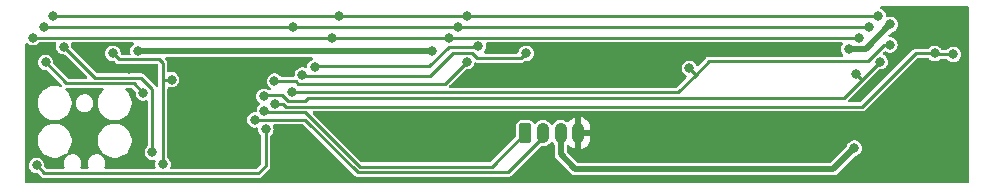
<source format=gbr>
%TF.GenerationSoftware,KiCad,Pcbnew,8.0.1*%
%TF.CreationDate,2024-05-30T20:05:05+03:00*%
%TF.ProjectId,jantteri-hit-detector,6a616e74-7465-4726-992d-6869742d6465,rev?*%
%TF.SameCoordinates,Original*%
%TF.FileFunction,Copper,L2,Bot*%
%TF.FilePolarity,Positive*%
%FSLAX46Y46*%
G04 Gerber Fmt 4.6, Leading zero omitted, Abs format (unit mm)*
G04 Created by KiCad (PCBNEW 8.0.1) date 2024-05-30 20:05:05*
%MOMM*%
%LPD*%
G01*
G04 APERTURE LIST*
G04 Aperture macros list*
%AMRoundRect*
0 Rectangle with rounded corners*
0 $1 Rounding radius*
0 $2 $3 $4 $5 $6 $7 $8 $9 X,Y pos of 4 corners*
0 Add a 4 corners polygon primitive as box body*
4,1,4,$2,$3,$4,$5,$6,$7,$8,$9,$2,$3,0*
0 Add four circle primitives for the rounded corners*
1,1,$1+$1,$2,$3*
1,1,$1+$1,$4,$5*
1,1,$1+$1,$6,$7*
1,1,$1+$1,$8,$9*
0 Add four rect primitives between the rounded corners*
20,1,$1+$1,$2,$3,$4,$5,0*
20,1,$1+$1,$4,$5,$6,$7,0*
20,1,$1+$1,$6,$7,$8,$9,0*
20,1,$1+$1,$8,$9,$2,$3,0*%
G04 Aperture macros list end*
%TA.AperFunction,ComponentPad*%
%ADD10RoundRect,0.249999X-0.265001X-0.615001X0.265001X-0.615001X0.265001X0.615001X-0.265001X0.615001X0*%
%TD*%
%TA.AperFunction,ComponentPad*%
%ADD11O,1.030000X1.730000*%
%TD*%
%TA.AperFunction,ViaPad*%
%ADD12C,0.800000*%
%TD*%
%TA.AperFunction,Conductor*%
%ADD13C,0.524000*%
%TD*%
%TA.AperFunction,Conductor*%
%ADD14C,0.250000*%
%TD*%
G04 APERTURE END LIST*
D10*
%TO.P,J1,1,Pin_1*%
%TO.N,HIT_TX*%
X105736000Y-48768000D03*
D11*
%TO.P,J1,2,Pin_2*%
%TO.N,HIT_RX*%
X107236000Y-48768000D03*
%TO.P,J1,3,Pin_3*%
%TO.N,VCC*%
X108736000Y-48768000D03*
%TO.P,J1,4,Pin_4*%
%TO.N,GND*%
X110236000Y-48768000D03*
%TD*%
D12*
%TO.N,+3V3*%
X136652000Y-39573200D03*
X133146800Y-41656000D03*
X72948800Y-41808400D03*
X97840800Y-41808400D03*
%TO.N,GND*%
X85801200Y-48615600D03*
X76403200Y-43180000D03*
X140411200Y-43738800D03*
X94284800Y-47701200D03*
X105816400Y-43738800D03*
X141122400Y-51206400D03*
X109778800Y-42519600D03*
X65481200Y-51403301D03*
X94386400Y-49530000D03*
X77622400Y-43180000D03*
X102311200Y-49072800D03*
X102311200Y-50241200D03*
X76911200Y-49072800D03*
X72694800Y-50952400D03*
X137566400Y-38709600D03*
X74168000Y-43535600D03*
X109728000Y-43688000D03*
X72223800Y-43369661D03*
%TO.N,VCC*%
X133604000Y-50038000D03*
%TO.N,HIT_TX*%
X83644077Y-46919898D03*
%TO.N,HIT_RX*%
X82854800Y-47644898D03*
%TO.N,/STM32G030C8T6/NRST*%
X64363600Y-51511200D03*
X83769200Y-48463200D03*
%TO.N,KX_SCLK*%
X100787200Y-38862000D03*
X135636000Y-38862000D03*
X65735200Y-38862000D03*
X89966800Y-38862000D03*
%TO.N,KX_MOSI*%
X89357200Y-40690800D03*
X99300200Y-40690800D03*
X64058800Y-40690800D03*
X134010400Y-40690800D03*
%TO.N,KX_MISO*%
X86055200Y-39776400D03*
X134823200Y-39776400D03*
X100025200Y-39776400D03*
X64973200Y-39776400D03*
%TO.N,KX1_INT1*%
X101752400Y-41415800D03*
X87934800Y-43180000D03*
%TO.N,KX1_INT2*%
X105816400Y-42014500D03*
X86868000Y-43854200D03*
%TO.N,KX2_INT1*%
X86004400Y-45313600D03*
X119634000Y-43281600D03*
X136601200Y-41300400D03*
%TO.N,KX1_CS*%
X100787200Y-42722800D03*
X84504986Y-44374614D03*
%TO.N,KX2_INT2*%
X84582000Y-46278801D03*
X140411200Y-42014500D03*
X141986000Y-42113200D03*
%TO.N,KX2_CS*%
X83616800Y-45669200D03*
X135788400Y-42722800D03*
X133756400Y-43738800D03*
%TO.N,KX3_CS*%
X73406000Y-45364400D03*
X65125600Y-42773600D03*
%TO.N,KX3_INT1*%
X66649600Y-41452800D03*
X74168000Y-50393600D03*
%TO.N,KX3_INT2*%
X70815200Y-42014500D03*
X75064998Y-51403301D03*
X75793600Y-44246800D03*
%TD*%
D13*
%TO.N,+3V3*%
X133146800Y-41656000D02*
X134569200Y-41656000D01*
X97840800Y-41808400D02*
X72948800Y-41808400D01*
X134569200Y-41656000D02*
X136652000Y-39573200D01*
%TO.N,GND*%
X94386400Y-49530000D02*
X94386400Y-47802800D01*
D14*
X72223800Y-43369661D02*
X74002061Y-43369661D01*
D13*
X94386400Y-47802800D02*
X94284800Y-47701200D01*
D14*
X74002061Y-43369661D02*
X74168000Y-43535600D01*
D13*
%TO.N,VCC*%
X108736000Y-50570000D02*
X109982000Y-51816000D01*
X109982000Y-51816000D02*
X131826000Y-51816000D01*
X131826000Y-51816000D02*
X133604000Y-50038000D01*
X108736000Y-48768000D02*
X108736000Y-50570000D01*
D14*
%TO.N,HIT_TX*%
X83644077Y-46919898D02*
X83727980Y-47003801D01*
X91734202Y-51619990D02*
X102884010Y-51619990D01*
X102884010Y-51619990D02*
X105736000Y-48768000D01*
X87118013Y-47003801D02*
X91734202Y-51619990D01*
X83727980Y-47003801D02*
X87118013Y-47003801D01*
%TO.N,HIT_RX*%
X91547802Y-52070000D02*
X104284000Y-52070000D01*
X82854800Y-47644898D02*
X87122700Y-47644898D01*
X107236000Y-49118000D02*
X107236000Y-48768000D01*
X104284000Y-52070000D02*
X107236000Y-49118000D01*
X87122700Y-47644898D02*
X91547802Y-52070000D01*
%TO.N,/STM32G030C8T6/NRST*%
X83152900Y-52178300D02*
X83769200Y-51562000D01*
X83769200Y-51562000D02*
X83769200Y-48463200D01*
X65030700Y-52178300D02*
X83152900Y-52178300D01*
X64363600Y-51511200D02*
X65030700Y-52178300D01*
%TO.N,KX_SCLK*%
X89966800Y-38862000D02*
X100787200Y-38862000D01*
X100787200Y-38862000D02*
X135636000Y-38862000D01*
X65735200Y-38862000D02*
X89966800Y-38862000D01*
%TO.N,KX_MOSI*%
X64058800Y-40690800D02*
X89357200Y-40690800D01*
X89357200Y-40690800D02*
X134010400Y-40690800D01*
%TO.N,KX_MISO*%
X86055200Y-39776400D02*
X100025200Y-39776400D01*
X100025200Y-39776400D02*
X134823200Y-39776400D01*
X64973200Y-39776400D02*
X86055200Y-39776400D01*
%TO.N,KX1_INT1*%
X101715400Y-41452800D02*
X101752400Y-41415800D01*
X97593002Y-43129200D02*
X99269402Y-41452800D01*
X99269402Y-41452800D02*
X101715400Y-41452800D01*
X87985600Y-43129200D02*
X97593002Y-43129200D01*
%TO.N,KX1_INT2*%
X99581801Y-41997799D02*
X101261397Y-41997799D01*
X101678097Y-42414499D02*
X105416401Y-42414499D01*
X105416401Y-42414499D02*
X105816400Y-42014500D01*
X101261397Y-41997799D02*
X101678097Y-42414499D01*
X86918801Y-43905001D02*
X97674599Y-43905001D01*
X97674599Y-43905001D02*
X99581801Y-41997799D01*
X86868000Y-43854200D02*
X86918801Y-43905001D01*
%TO.N,KX2_INT1*%
X120167400Y-43815000D02*
X121310400Y-42672000D01*
X121310400Y-42672000D02*
X134766198Y-42672000D01*
X136137798Y-41300400D02*
X136601200Y-41300400D01*
X119634000Y-43281600D02*
X120167400Y-43815000D01*
X134766198Y-42672000D02*
X136137798Y-41300400D01*
X86004400Y-45313600D02*
X118668800Y-45313600D01*
X118668800Y-45313600D02*
X120167400Y-43815000D01*
%TO.N,KX1_CS*%
X86315412Y-44374614D02*
X86519999Y-44579201D01*
X84504986Y-44374614D02*
X86315412Y-44374614D01*
X86519999Y-44579201D02*
X98930799Y-44579201D01*
X98930799Y-44579201D02*
X100787200Y-42722800D01*
%TO.N,KX2_INT2*%
X140509900Y-42113200D02*
X140411200Y-42014500D01*
X141986000Y-42113200D02*
X140509900Y-42113200D01*
X85260189Y-46278801D02*
X85514188Y-46532800D01*
X134264400Y-46532800D02*
X138782700Y-42014500D01*
X85514188Y-46532800D02*
X134264400Y-46532800D01*
X138782700Y-42014500D02*
X140411200Y-42014500D01*
X84582000Y-46278801D02*
X85260189Y-46278801D01*
%TO.N,KX2_CS*%
X132747590Y-45763610D02*
X134264400Y-44246800D01*
X83616800Y-45669200D02*
X83732200Y-45553800D01*
X85656399Y-46038601D02*
X87057399Y-46038601D01*
X133756400Y-43738800D02*
X134264400Y-44246800D01*
X87057399Y-46038601D02*
X87332390Y-45763610D01*
X87332390Y-45763610D02*
X132747590Y-45763610D01*
X85171598Y-45553800D02*
X85656399Y-46038601D01*
X83732200Y-45553800D02*
X85171598Y-45553800D01*
X134264400Y-44246800D02*
X135788400Y-42722800D01*
%TO.N,KX3_CS*%
X66896672Y-44544672D02*
X71522700Y-44544672D01*
X71522700Y-44544672D02*
X72586272Y-44544672D01*
X72586272Y-44544672D02*
X73406000Y-45364400D01*
X65125600Y-42773600D02*
X66896672Y-44544672D01*
%TO.N,KX3_INT1*%
X74168000Y-50393600D02*
X74168000Y-45053398D01*
X74168000Y-45053398D02*
X73209265Y-44094663D01*
X69291462Y-44094662D02*
X66649600Y-41452800D01*
X73209265Y-44094663D02*
X69291462Y-44094662D01*
%TO.N,KX3_INT2*%
X75133200Y-44246800D02*
X75064998Y-44178598D01*
X71334101Y-42533401D02*
X74740601Y-42533401D01*
X75064998Y-45137857D02*
X75064998Y-51403301D01*
X74740601Y-42533401D02*
X75064998Y-42857798D01*
X75793600Y-44246800D02*
X75133200Y-44246800D01*
X75064998Y-44178598D02*
X75064998Y-45137857D01*
X70815200Y-42014500D02*
X71334101Y-42533401D01*
X75064998Y-42857798D02*
X75064998Y-44178598D01*
%TD*%
%TA.AperFunction,Conductor*%
%TO.N,GND*%
G36*
X143236121Y-38018502D02*
G01*
X143282614Y-38072158D01*
X143294000Y-38124500D01*
X143294000Y-52871000D01*
X143273998Y-52939121D01*
X143220342Y-52985614D01*
X143168000Y-52997000D01*
X63524500Y-52997000D01*
X63456379Y-52976998D01*
X63409886Y-52923342D01*
X63398500Y-52871000D01*
X63398500Y-49516169D01*
X64449650Y-49516169D01*
X64477141Y-49689736D01*
X64485059Y-49739725D01*
X64541643Y-49913874D01*
X64555000Y-49954981D01*
X64657755Y-50156650D01*
X64790793Y-50339761D01*
X64790795Y-50339763D01*
X64790797Y-50339766D01*
X64950833Y-50499802D01*
X64950836Y-50499804D01*
X64950839Y-50499807D01*
X65133950Y-50632845D01*
X65335619Y-50735600D01*
X65550879Y-50805542D01*
X65774431Y-50840950D01*
X65774434Y-50840950D01*
X66000766Y-50840950D01*
X66000769Y-50840950D01*
X66224321Y-50805542D01*
X66439581Y-50735600D01*
X66641250Y-50632845D01*
X66775080Y-50535611D01*
X66790118Y-50530245D01*
X66790666Y-50528988D01*
X66813282Y-50507855D01*
X66824361Y-50499807D01*
X66984407Y-50339761D01*
X67117445Y-50156650D01*
X67220200Y-49954981D01*
X67290142Y-49739721D01*
X67325550Y-49516169D01*
X69529650Y-49516169D01*
X69557141Y-49689736D01*
X69565059Y-49739725D01*
X69621643Y-49913874D01*
X69635000Y-49954981D01*
X69737755Y-50156650D01*
X69870793Y-50339761D01*
X69870795Y-50339763D01*
X69870797Y-50339766D01*
X70030832Y-50499801D01*
X70030835Y-50499803D01*
X70030839Y-50499807D01*
X70041914Y-50507853D01*
X70054673Y-50524400D01*
X70066446Y-50526961D01*
X70080119Y-50535611D01*
X70213950Y-50632845D01*
X70415619Y-50735600D01*
X70630879Y-50805542D01*
X70854431Y-50840950D01*
X70854434Y-50840950D01*
X71080766Y-50840950D01*
X71080769Y-50840950D01*
X71304321Y-50805542D01*
X71519581Y-50735600D01*
X71721250Y-50632845D01*
X71904361Y-50499807D01*
X72064407Y-50339761D01*
X72197445Y-50156650D01*
X72300200Y-49954981D01*
X72370142Y-49739721D01*
X72405550Y-49516169D01*
X72405550Y-49289831D01*
X72370142Y-49066279D01*
X72300200Y-48851019D01*
X72197445Y-48649350D01*
X72064407Y-48466239D01*
X72064404Y-48466236D01*
X72064402Y-48466233D01*
X71904366Y-48306197D01*
X71904363Y-48306195D01*
X71904361Y-48306193D01*
X71751426Y-48195079D01*
X71721253Y-48173157D01*
X71721252Y-48173156D01*
X71721250Y-48173155D01*
X71519581Y-48070400D01*
X71519578Y-48070399D01*
X71519576Y-48070398D01*
X71304325Y-48000459D01*
X71304323Y-48000458D01*
X71304321Y-48000458D01*
X71080769Y-47965050D01*
X70854431Y-47965050D01*
X70630879Y-48000458D01*
X70630877Y-48000458D01*
X70630874Y-48000459D01*
X70415623Y-48070398D01*
X70415617Y-48070401D01*
X70213946Y-48173157D01*
X70030836Y-48306195D01*
X70030833Y-48306197D01*
X69870797Y-48466233D01*
X69870795Y-48466236D01*
X69737757Y-48649346D01*
X69635001Y-48851017D01*
X69634998Y-48851023D01*
X69565059Y-49066274D01*
X69565058Y-49066277D01*
X69565058Y-49066279D01*
X69529650Y-49289831D01*
X69529650Y-49516169D01*
X67325550Y-49516169D01*
X67325550Y-49289831D01*
X67290142Y-49066279D01*
X67220200Y-48851019D01*
X67117445Y-48649350D01*
X66984407Y-48466239D01*
X66984404Y-48466236D01*
X66984402Y-48466233D01*
X66824366Y-48306197D01*
X66824363Y-48306195D01*
X66824361Y-48306193D01*
X66671426Y-48195079D01*
X66641253Y-48173157D01*
X66641252Y-48173156D01*
X66641250Y-48173155D01*
X66439581Y-48070400D01*
X66439578Y-48070399D01*
X66439576Y-48070398D01*
X66224325Y-48000459D01*
X66224323Y-48000458D01*
X66224321Y-48000458D01*
X66000769Y-47965050D01*
X65774431Y-47965050D01*
X65550879Y-48000458D01*
X65550877Y-48000458D01*
X65550874Y-48000459D01*
X65335623Y-48070398D01*
X65335617Y-48070401D01*
X65133946Y-48173157D01*
X64950836Y-48306195D01*
X64950833Y-48306197D01*
X64790797Y-48466233D01*
X64790795Y-48466236D01*
X64657757Y-48649346D01*
X64555001Y-48851017D01*
X64554998Y-48851023D01*
X64485059Y-49066274D01*
X64485058Y-49066277D01*
X64485058Y-49066279D01*
X64449650Y-49289831D01*
X64449650Y-49516169D01*
X63398500Y-49516169D01*
X63398500Y-41260187D01*
X63418502Y-41192066D01*
X63472158Y-41145573D01*
X63542432Y-41135469D01*
X63607012Y-41164963D01*
X63607941Y-41165776D01*
X63684271Y-41233399D01*
X63684273Y-41233400D01*
X63684274Y-41233401D01*
X63735311Y-41260187D01*
X63825007Y-41307263D01*
X63979329Y-41345300D01*
X63979330Y-41345300D01*
X64138270Y-41345300D01*
X64138271Y-41345300D01*
X64292593Y-41307263D01*
X64433329Y-41233399D01*
X64552298Y-41128001D01*
X64554559Y-41124724D01*
X64556831Y-41122883D01*
X64557351Y-41122297D01*
X64557448Y-41122383D01*
X64609717Y-41080025D01*
X64658256Y-41070300D01*
X65912133Y-41070300D01*
X65980254Y-41090302D01*
X66026747Y-41143958D01*
X66036851Y-41214232D01*
X66029945Y-41240978D01*
X66026186Y-41250889D01*
X66009449Y-41295020D01*
X65990293Y-41452796D01*
X65990293Y-41452803D01*
X66009449Y-41610579D01*
X66048558Y-41713698D01*
X66065813Y-41759195D01*
X66156102Y-41890001D01*
X66275071Y-41995399D01*
X66275072Y-41995399D01*
X66275074Y-41995401D01*
X66325987Y-42022122D01*
X66415807Y-42069263D01*
X66570129Y-42107300D01*
X66570130Y-42107300D01*
X66715216Y-42107300D01*
X66783337Y-42127302D01*
X66804311Y-42144205D01*
X68610183Y-43950077D01*
X68644209Y-44012389D01*
X68639144Y-44083204D01*
X68596597Y-44140040D01*
X68530077Y-44164851D01*
X68521088Y-44165172D01*
X67106056Y-44165172D01*
X67037935Y-44145170D01*
X67016961Y-44128267D01*
X65815012Y-42926318D01*
X65780986Y-42864006D01*
X65779026Y-42822035D01*
X65784907Y-42773602D01*
X65784907Y-42773597D01*
X65765750Y-42615820D01*
X65743480Y-42557101D01*
X65709387Y-42467205D01*
X65619098Y-42336399D01*
X65500129Y-42231001D01*
X65500128Y-42231000D01*
X65500125Y-42230998D01*
X65359397Y-42157139D01*
X65359395Y-42157138D01*
X65359393Y-42157137D01*
X65359391Y-42157136D01*
X65359390Y-42157136D01*
X65205072Y-42119100D01*
X65205071Y-42119100D01*
X65046129Y-42119100D01*
X65046127Y-42119100D01*
X64891809Y-42157136D01*
X64891802Y-42157139D01*
X64751074Y-42230998D01*
X64751069Y-42231002D01*
X64632101Y-42336400D01*
X64541815Y-42467201D01*
X64541812Y-42467207D01*
X64485449Y-42615820D01*
X64466293Y-42773596D01*
X64466293Y-42773603D01*
X64485449Y-42931379D01*
X64541812Y-43079992D01*
X64541815Y-43079998D01*
X64547617Y-43088404D01*
X64632102Y-43210801D01*
X64751071Y-43316199D01*
X64751072Y-43316199D01*
X64751074Y-43316201D01*
X64825800Y-43355420D01*
X64891807Y-43390063D01*
X65046129Y-43428100D01*
X65046130Y-43428100D01*
X65191216Y-43428100D01*
X65259337Y-43448102D01*
X65280311Y-43465005D01*
X66470091Y-44654785D01*
X66504117Y-44717097D01*
X66499052Y-44787912D01*
X66456505Y-44844748D01*
X66389985Y-44869559D01*
X66342060Y-44863713D01*
X66224325Y-44825459D01*
X66224323Y-44825458D01*
X66224321Y-44825458D01*
X66000769Y-44790050D01*
X65774431Y-44790050D01*
X65550879Y-44825458D01*
X65550877Y-44825458D01*
X65550874Y-44825459D01*
X65335623Y-44895398D01*
X65335617Y-44895401D01*
X65133946Y-44998157D01*
X64950836Y-45131195D01*
X64950833Y-45131197D01*
X64790797Y-45291233D01*
X64790795Y-45291236D01*
X64657757Y-45474346D01*
X64555001Y-45676017D01*
X64554998Y-45676023D01*
X64485059Y-45891274D01*
X64485058Y-45891277D01*
X64485058Y-45891279D01*
X64449650Y-46114831D01*
X64449650Y-46341169D01*
X64472067Y-46482698D01*
X64485059Y-46564725D01*
X64550398Y-46765819D01*
X64555000Y-46779981D01*
X64657755Y-46981650D01*
X64657757Y-46981653D01*
X64690649Y-47026924D01*
X64790793Y-47164761D01*
X64790795Y-47164763D01*
X64790797Y-47164766D01*
X64950833Y-47324802D01*
X64950836Y-47324804D01*
X64950839Y-47324807D01*
X65133950Y-47457845D01*
X65335619Y-47560600D01*
X65550879Y-47630542D01*
X65774431Y-47665950D01*
X65774434Y-47665950D01*
X66000766Y-47665950D01*
X66000769Y-47665950D01*
X66224321Y-47630542D01*
X66439581Y-47560600D01*
X66641250Y-47457845D01*
X66824361Y-47324807D01*
X66984407Y-47164761D01*
X67117445Y-46981650D01*
X67220200Y-46779981D01*
X67290142Y-46564721D01*
X67325550Y-46341169D01*
X67325550Y-46301460D01*
X67681800Y-46301460D01*
X67689699Y-46341169D01*
X67710460Y-46445542D01*
X67766680Y-46581269D01*
X67821215Y-46662887D01*
X67848298Y-46703419D01*
X67848303Y-46703425D01*
X67952174Y-46807296D01*
X67952180Y-46807301D01*
X68074331Y-46888920D01*
X68210058Y-46945140D01*
X68334121Y-46969817D01*
X68354139Y-46973799D01*
X68354142Y-46973799D01*
X68354145Y-46973800D01*
X68354146Y-46973800D01*
X68501054Y-46973800D01*
X68501055Y-46973800D01*
X68645142Y-46945140D01*
X68780869Y-46888920D01*
X68903020Y-46807301D01*
X69006901Y-46703420D01*
X69088520Y-46581269D01*
X69144740Y-46445542D01*
X69173400Y-46301455D01*
X69173400Y-46154545D01*
X69173152Y-46153300D01*
X69165981Y-46117248D01*
X69144740Y-46010458D01*
X69088520Y-45874731D01*
X69006901Y-45752580D01*
X69006896Y-45752574D01*
X68903025Y-45648703D01*
X68903019Y-45648698D01*
X68862487Y-45621615D01*
X68780869Y-45567080D01*
X68645142Y-45510860D01*
X68603974Y-45502671D01*
X68501060Y-45482200D01*
X68501055Y-45482200D01*
X68354145Y-45482200D01*
X68354139Y-45482200D01*
X68230641Y-45506765D01*
X68210058Y-45510860D01*
X68210055Y-45510860D01*
X68210052Y-45510862D01*
X68074331Y-45567080D01*
X67952180Y-45648698D01*
X67952174Y-45648703D01*
X67848303Y-45752574D01*
X67848298Y-45752580D01*
X67766680Y-45874731D01*
X67710462Y-46010452D01*
X67710460Y-46010459D01*
X67681800Y-46154539D01*
X67681800Y-46301460D01*
X67325550Y-46301460D01*
X67325550Y-46114831D01*
X67290142Y-45891279D01*
X67220200Y-45676019D01*
X67117445Y-45474350D01*
X66984407Y-45291239D01*
X66984404Y-45291236D01*
X66984402Y-45291233D01*
X66832437Y-45139268D01*
X66798411Y-45076956D01*
X66803476Y-45006141D01*
X66846023Y-44949305D01*
X66912543Y-44924494D01*
X66921532Y-44924173D01*
X66954352Y-44924173D01*
X66954368Y-44924172D01*
X69933669Y-44924172D01*
X70001790Y-44944174D01*
X70048283Y-44997830D01*
X70058387Y-45068104D01*
X70028893Y-45132684D01*
X70022764Y-45139267D01*
X69870797Y-45291233D01*
X69870795Y-45291236D01*
X69737757Y-45474346D01*
X69635001Y-45676017D01*
X69634998Y-45676023D01*
X69565059Y-45891274D01*
X69565058Y-45891277D01*
X69565058Y-45891279D01*
X69529650Y-46114831D01*
X69529650Y-46341169D01*
X69552067Y-46482698D01*
X69565059Y-46564725D01*
X69630398Y-46765819D01*
X69635000Y-46779981D01*
X69737755Y-46981650D01*
X69737757Y-46981653D01*
X69770649Y-47026924D01*
X69870793Y-47164761D01*
X69870795Y-47164763D01*
X69870797Y-47164766D01*
X70030833Y-47324802D01*
X70030836Y-47324804D01*
X70030839Y-47324807D01*
X70213950Y-47457845D01*
X70415619Y-47560600D01*
X70630879Y-47630542D01*
X70854431Y-47665950D01*
X70854434Y-47665950D01*
X71080766Y-47665950D01*
X71080769Y-47665950D01*
X71304321Y-47630542D01*
X71519581Y-47560600D01*
X71721250Y-47457845D01*
X71904361Y-47324807D01*
X72064407Y-47164761D01*
X72197445Y-46981650D01*
X72300200Y-46779981D01*
X72370142Y-46564721D01*
X72405550Y-46341169D01*
X72405550Y-46114831D01*
X72370142Y-45891279D01*
X72300200Y-45676019D01*
X72197445Y-45474350D01*
X72064407Y-45291239D01*
X72064404Y-45291236D01*
X72064402Y-45291233D01*
X71912436Y-45139267D01*
X71878410Y-45076955D01*
X71883475Y-45006140D01*
X71926022Y-44949304D01*
X71992542Y-44924493D01*
X72001531Y-44924172D01*
X72376888Y-44924172D01*
X72445009Y-44944174D01*
X72465983Y-44961077D01*
X72716587Y-45211681D01*
X72750613Y-45273993D01*
X72752574Y-45315961D01*
X72746729Y-45364108D01*
X72746693Y-45364402D01*
X72746693Y-45364403D01*
X72765849Y-45522179D01*
X72813833Y-45648698D01*
X72822213Y-45670795D01*
X72912502Y-45801601D01*
X73031471Y-45906999D01*
X73031472Y-45906999D01*
X73031474Y-45907001D01*
X73090929Y-45938205D01*
X73172207Y-45980863D01*
X73326529Y-46018900D01*
X73326530Y-46018900D01*
X73485470Y-46018900D01*
X73485471Y-46018900D01*
X73632347Y-45982698D01*
X73703274Y-45985817D01*
X73761257Y-46026786D01*
X73787885Y-46092600D01*
X73788500Y-46105037D01*
X73788500Y-49798696D01*
X73768498Y-49866817D01*
X73746054Y-49893008D01*
X73674503Y-49956397D01*
X73674500Y-49956400D01*
X73584215Y-50087201D01*
X73584212Y-50087207D01*
X73527849Y-50235820D01*
X73508693Y-50393596D01*
X73508693Y-50393603D01*
X73527849Y-50551379D01*
X73558746Y-50632845D01*
X73584213Y-50699995D01*
X73674502Y-50830801D01*
X73793471Y-50936199D01*
X73793472Y-50936199D01*
X73793474Y-50936201D01*
X73850444Y-50966101D01*
X73934207Y-51010063D01*
X74088529Y-51048100D01*
X74088530Y-51048100D01*
X74247470Y-51048100D01*
X74247471Y-51048100D01*
X74247472Y-51048099D01*
X74247477Y-51048099D01*
X74292632Y-51036969D01*
X74363560Y-51040086D01*
X74421543Y-51081056D01*
X74448172Y-51146869D01*
X74440599Y-51203986D01*
X74424848Y-51245517D01*
X74424848Y-51245519D01*
X74405691Y-51403297D01*
X74405691Y-51403304D01*
X74424847Y-51561080D01*
X74440217Y-51601606D01*
X74448931Y-51624582D01*
X74450273Y-51628119D01*
X74455727Y-51698906D01*
X74422045Y-51761404D01*
X74359921Y-51795771D01*
X74332461Y-51798800D01*
X70236125Y-51798800D01*
X70168004Y-51778798D01*
X70121511Y-51725142D01*
X70111407Y-51654868D01*
X70119716Y-51624582D01*
X70160740Y-51525542D01*
X70189400Y-51381455D01*
X70189400Y-51234545D01*
X70160740Y-51090458D01*
X70104520Y-50954731D01*
X70022901Y-50832580D01*
X70022896Y-50832574D01*
X69916966Y-50726644D01*
X69915100Y-50723226D01*
X69897849Y-50714553D01*
X69876066Y-50699998D01*
X69796869Y-50647080D01*
X69661142Y-50590860D01*
X69619974Y-50582671D01*
X69517060Y-50562200D01*
X69517055Y-50562200D01*
X69370145Y-50562200D01*
X69370139Y-50562200D01*
X69246641Y-50586765D01*
X69226058Y-50590860D01*
X69226055Y-50590860D01*
X69226052Y-50590862D01*
X69090331Y-50647080D01*
X68968180Y-50728698D01*
X68968174Y-50728703D01*
X68864303Y-50832574D01*
X68864298Y-50832580D01*
X68782680Y-50954731D01*
X68733278Y-51073999D01*
X68726460Y-51090458D01*
X68725177Y-51096908D01*
X68697800Y-51234539D01*
X68697800Y-51381460D01*
X68705613Y-51420737D01*
X68726460Y-51525542D01*
X68762256Y-51611962D01*
X68767484Y-51624582D01*
X68775073Y-51695171D01*
X68743294Y-51758658D01*
X68682236Y-51794886D01*
X68651075Y-51798800D01*
X68204125Y-51798800D01*
X68136004Y-51778798D01*
X68089511Y-51725142D01*
X68079407Y-51654868D01*
X68087716Y-51624582D01*
X68128740Y-51525542D01*
X68157400Y-51381455D01*
X68157400Y-51234545D01*
X68128740Y-51090458D01*
X68072520Y-50954731D01*
X67990901Y-50832580D01*
X67990896Y-50832574D01*
X67887025Y-50728703D01*
X67887019Y-50728698D01*
X67844057Y-50699992D01*
X67764869Y-50647080D01*
X67629142Y-50590860D01*
X67587974Y-50582671D01*
X67485060Y-50562200D01*
X67485055Y-50562200D01*
X67338145Y-50562200D01*
X67338139Y-50562200D01*
X67214641Y-50586765D01*
X67194058Y-50590860D01*
X67194055Y-50590860D01*
X67194052Y-50590862D01*
X67058330Y-50647080D01*
X66957350Y-50714553D01*
X66945639Y-50718219D01*
X66938234Y-50726644D01*
X66832298Y-50832580D01*
X66750680Y-50954731D01*
X66701278Y-51073999D01*
X66694460Y-51090458D01*
X66693177Y-51096908D01*
X66665800Y-51234539D01*
X66665800Y-51381460D01*
X66673613Y-51420737D01*
X66694460Y-51525542D01*
X66730256Y-51611962D01*
X66735484Y-51624582D01*
X66743073Y-51695171D01*
X66711294Y-51758658D01*
X66650236Y-51794886D01*
X66619075Y-51798800D01*
X65240084Y-51798800D01*
X65171963Y-51778798D01*
X65150989Y-51761895D01*
X65053012Y-51663918D01*
X65018986Y-51601606D01*
X65017026Y-51559635D01*
X65022907Y-51511202D01*
X65022907Y-51511197D01*
X65003750Y-51353420D01*
X64982208Y-51296620D01*
X64947387Y-51204805D01*
X64857098Y-51073999D01*
X64738129Y-50968601D01*
X64738128Y-50968600D01*
X64738125Y-50968598D01*
X64597397Y-50894739D01*
X64597395Y-50894738D01*
X64597393Y-50894737D01*
X64597391Y-50894736D01*
X64597390Y-50894736D01*
X64443072Y-50856700D01*
X64443071Y-50856700D01*
X64284129Y-50856700D01*
X64284127Y-50856700D01*
X64129809Y-50894736D01*
X64129802Y-50894739D01*
X63989074Y-50968598D01*
X63989069Y-50968602D01*
X63870101Y-51074000D01*
X63779815Y-51204801D01*
X63779812Y-51204807D01*
X63723449Y-51353420D01*
X63704293Y-51511196D01*
X63704293Y-51511203D01*
X63723449Y-51668979D01*
X63765099Y-51778798D01*
X63779813Y-51817595D01*
X63870102Y-51948401D01*
X63989071Y-52053799D01*
X63989072Y-52053799D01*
X63989074Y-52053801D01*
X64063800Y-52093020D01*
X64129807Y-52127663D01*
X64284129Y-52165700D01*
X64284130Y-52165700D01*
X64429216Y-52165700D01*
X64497337Y-52185702D01*
X64518311Y-52202605D01*
X64722613Y-52406907D01*
X64722634Y-52406930D01*
X64797674Y-52481970D01*
X64797679Y-52481974D01*
X64797681Y-52481976D01*
X64797682Y-52481977D01*
X64797684Y-52481978D01*
X64884214Y-52531936D01*
X64884218Y-52531938D01*
X64904609Y-52537401D01*
X64904614Y-52537404D01*
X64904615Y-52537403D01*
X64980738Y-52557801D01*
X65088380Y-52557801D01*
X65088396Y-52557800D01*
X83095204Y-52557800D01*
X83095220Y-52557801D01*
X83102938Y-52557801D01*
X83202861Y-52557801D01*
X83202862Y-52557801D01*
X83278980Y-52537404D01*
X83278982Y-52537404D01*
X83286448Y-52535402D01*
X83299382Y-52531938D01*
X83385919Y-52481976D01*
X83456576Y-52411319D01*
X83466943Y-52400952D01*
X83466950Y-52400942D01*
X83991842Y-51876050D01*
X83991852Y-51876043D01*
X84072870Y-51795025D01*
X84072876Y-51795019D01*
X84122838Y-51708482D01*
X84133422Y-51668982D01*
X84148701Y-51611962D01*
X84148701Y-51512038D01*
X84148701Y-51504321D01*
X84148700Y-51504303D01*
X84148700Y-49058102D01*
X84168702Y-48989981D01*
X84191142Y-48963793D01*
X84262698Y-48900401D01*
X84352987Y-48769595D01*
X84409349Y-48620982D01*
X84409349Y-48620981D01*
X84409350Y-48620979D01*
X84428507Y-48463203D01*
X84428507Y-48463196D01*
X84409350Y-48305420D01*
X84378433Y-48223901D01*
X84367501Y-48195077D01*
X84362048Y-48124292D01*
X84395730Y-48061794D01*
X84457854Y-48027427D01*
X84485314Y-48024398D01*
X86913316Y-48024398D01*
X86981437Y-48044400D01*
X87002411Y-48061303D01*
X91239715Y-52298607D01*
X91239736Y-52298630D01*
X91314776Y-52373670D01*
X91314780Y-52373673D01*
X91314783Y-52373676D01*
X91314786Y-52373677D01*
X91314789Y-52373680D01*
X91379982Y-52411319D01*
X91379983Y-52411319D01*
X91401320Y-52423638D01*
X91497840Y-52449500D01*
X91597764Y-52449500D01*
X104226304Y-52449500D01*
X104226320Y-52449501D01*
X104234038Y-52449501D01*
X104333961Y-52449501D01*
X104333962Y-52449501D01*
X104410080Y-52429104D01*
X104410082Y-52429104D01*
X104417548Y-52427102D01*
X104430482Y-52423638D01*
X104517019Y-52373676D01*
X104587676Y-52303019D01*
X104598043Y-52292652D01*
X104598050Y-52292642D01*
X106981623Y-49909069D01*
X107043933Y-49875045D01*
X107095296Y-49874587D01*
X107160211Y-49887500D01*
X107160216Y-49887500D01*
X107311789Y-49887500D01*
X107460455Y-49857928D01*
X107600495Y-49799922D01*
X107726527Y-49715709D01*
X107833709Y-49608527D01*
X107881235Y-49537399D01*
X107935712Y-49491872D01*
X108006155Y-49483024D01*
X108070199Y-49513666D01*
X108090764Y-49537399D01*
X108138291Y-49608527D01*
X108182596Y-49652832D01*
X108216620Y-49715142D01*
X108219500Y-49741926D01*
X108219500Y-50637999D01*
X108254698Y-50769362D01*
X108254699Y-50769364D01*
X108254700Y-50769366D01*
X108322694Y-50887135D01*
X108322702Y-50887145D01*
X108426036Y-50990479D01*
X108426050Y-50990491D01*
X109564286Y-52128727D01*
X109564307Y-52128750D01*
X109664854Y-52229297D01*
X109664859Y-52229301D01*
X109664861Y-52229303D01*
X109782638Y-52297302D01*
X109914001Y-52332500D01*
X109914002Y-52332500D01*
X109914003Y-52332500D01*
X131893997Y-52332500D01*
X131893998Y-52332500D01*
X131893999Y-52332500D01*
X132025362Y-52297302D01*
X132143139Y-52229303D01*
X132239303Y-52133139D01*
X132249670Y-52122772D01*
X132249677Y-52122762D01*
X133653949Y-50718491D01*
X133712886Y-50685249D01*
X133837793Y-50654463D01*
X133978529Y-50580599D01*
X134097498Y-50475201D01*
X134187787Y-50344395D01*
X134244149Y-50195782D01*
X134244149Y-50195781D01*
X134244150Y-50195779D01*
X134263307Y-50038003D01*
X134263307Y-50037996D01*
X134244150Y-49880220D01*
X134202658Y-49770817D01*
X134187787Y-49731605D01*
X134097498Y-49600799D01*
X133978529Y-49495401D01*
X133978528Y-49495400D01*
X133978525Y-49495398D01*
X133837797Y-49421539D01*
X133837795Y-49421538D01*
X133837793Y-49421537D01*
X133837791Y-49421536D01*
X133837790Y-49421536D01*
X133683472Y-49383500D01*
X133683471Y-49383500D01*
X133524529Y-49383500D01*
X133524527Y-49383500D01*
X133370209Y-49421536D01*
X133370202Y-49421539D01*
X133229474Y-49495398D01*
X133229469Y-49495402D01*
X133110501Y-49600800D01*
X133020215Y-49731601D01*
X133020212Y-49731607D01*
X132963851Y-49880216D01*
X132959764Y-49913874D01*
X132931695Y-49979087D01*
X132923778Y-49987779D01*
X131648962Y-51262596D01*
X131586652Y-51296620D01*
X131559869Y-51299500D01*
X110248131Y-51299500D01*
X110180010Y-51279498D01*
X110159036Y-51262595D01*
X109289405Y-50392964D01*
X109255379Y-50330652D01*
X109252500Y-50303869D01*
X109252500Y-49885431D01*
X109272502Y-49817310D01*
X109326158Y-49770817D01*
X109396432Y-49760713D01*
X109461012Y-49790207D01*
X109467595Y-49796336D01*
X109583872Y-49912613D01*
X109583879Y-49912618D01*
X109751427Y-50024570D01*
X109937596Y-50101684D01*
X109937603Y-50101686D01*
X109982000Y-50110517D01*
X109982000Y-49030189D01*
X110011884Y-49060073D01*
X110095115Y-49108126D01*
X110187947Y-49133000D01*
X110284053Y-49133000D01*
X110376885Y-49108126D01*
X110460116Y-49060073D01*
X110490000Y-49030189D01*
X110490000Y-50110517D01*
X110534396Y-50101686D01*
X110534403Y-50101684D01*
X110720572Y-50024570D01*
X110888120Y-49912618D01*
X110888127Y-49912613D01*
X111030613Y-49770127D01*
X111030618Y-49770120D01*
X111142570Y-49602572D01*
X111219684Y-49416403D01*
X111219686Y-49416398D01*
X111258999Y-49218759D01*
X111259000Y-49218755D01*
X111259000Y-49022000D01*
X110498189Y-49022000D01*
X110528073Y-48992116D01*
X110576126Y-48908885D01*
X110601000Y-48816053D01*
X110601000Y-48719947D01*
X110576126Y-48627115D01*
X110528073Y-48543884D01*
X110498189Y-48514000D01*
X111259000Y-48514000D01*
X111259000Y-48317244D01*
X111258999Y-48317240D01*
X111219686Y-48119601D01*
X111219684Y-48119596D01*
X111142570Y-47933427D01*
X111030618Y-47765879D01*
X111030613Y-47765872D01*
X110888127Y-47623386D01*
X110888120Y-47623381D01*
X110720572Y-47511429D01*
X110534397Y-47434313D01*
X110490000Y-47425481D01*
X110490000Y-48505811D01*
X110460116Y-48475927D01*
X110376885Y-48427874D01*
X110284053Y-48403000D01*
X110187947Y-48403000D01*
X110095115Y-48427874D01*
X110011884Y-48475927D01*
X109982000Y-48505811D01*
X109982000Y-47425481D01*
X109937602Y-47434313D01*
X109751427Y-47511429D01*
X109583879Y-47623381D01*
X109583877Y-47623382D01*
X109441384Y-47765874D01*
X109418824Y-47799637D01*
X109364346Y-47845164D01*
X109293903Y-47854010D01*
X109231403Y-47824106D01*
X109231312Y-47824218D01*
X109230859Y-47823846D01*
X109229859Y-47823368D01*
X109227171Y-47820819D01*
X109226526Y-47820290D01*
X109184707Y-47792347D01*
X109100495Y-47736078D01*
X109012185Y-47699499D01*
X108960458Y-47678073D01*
X108960455Y-47678072D01*
X108811792Y-47648500D01*
X108811789Y-47648500D01*
X108660211Y-47648500D01*
X108660207Y-47648500D01*
X108511544Y-47678072D01*
X108511541Y-47678073D01*
X108371505Y-47736078D01*
X108245473Y-47820290D01*
X108245467Y-47820295D01*
X108138293Y-47927469D01*
X108090765Y-47998600D01*
X108036287Y-48044127D01*
X107965844Y-48052974D01*
X107901800Y-48022333D01*
X107881235Y-47998600D01*
X107833706Y-47927469D01*
X107726532Y-47820295D01*
X107726526Y-47820290D01*
X107684707Y-47792347D01*
X107600495Y-47736078D01*
X107512185Y-47699499D01*
X107460458Y-47678073D01*
X107460455Y-47678072D01*
X107311792Y-47648500D01*
X107311789Y-47648500D01*
X107160211Y-47648500D01*
X107160207Y-47648500D01*
X107011544Y-47678072D01*
X107011541Y-47678073D01*
X106871505Y-47736078D01*
X106745473Y-47820290D01*
X106640506Y-47925257D01*
X106578194Y-47959282D01*
X106507378Y-47954216D01*
X106450543Y-47911670D01*
X106361404Y-47792595D01*
X106245271Y-47705658D01*
X106109338Y-47654958D01*
X106049268Y-47648500D01*
X106049256Y-47648500D01*
X105422744Y-47648500D01*
X105422731Y-47648500D01*
X105362661Y-47654958D01*
X105226728Y-47705658D01*
X105110595Y-47792595D01*
X105023658Y-47908728D01*
X104972958Y-48044661D01*
X104966500Y-48104731D01*
X104966500Y-48948615D01*
X104946498Y-49016736D01*
X104929595Y-49037710D01*
X102763721Y-51203585D01*
X102701409Y-51237610D01*
X102674626Y-51240490D01*
X91943586Y-51240490D01*
X91875465Y-51220488D01*
X91854491Y-51203585D01*
X87778301Y-47127395D01*
X87744275Y-47065083D01*
X87749340Y-46994268D01*
X87791887Y-46937432D01*
X87858407Y-46912621D01*
X87867396Y-46912300D01*
X134206704Y-46912300D01*
X134206720Y-46912301D01*
X134214438Y-46912301D01*
X134314361Y-46912301D01*
X134314362Y-46912301D01*
X134390480Y-46891904D01*
X134390482Y-46891904D01*
X134397948Y-46889902D01*
X134410882Y-46886438D01*
X134497419Y-46836476D01*
X134568076Y-46765819D01*
X134578443Y-46755452D01*
X134578450Y-46755442D01*
X138902989Y-42430905D01*
X138965301Y-42396879D01*
X138992084Y-42394000D01*
X139811744Y-42394000D01*
X139879865Y-42414002D01*
X139915440Y-42448424D01*
X139917701Y-42451699D01*
X139917702Y-42451701D01*
X139917703Y-42451702D01*
X139937039Y-42468832D01*
X140036671Y-42557099D01*
X140036672Y-42557099D01*
X140036674Y-42557101D01*
X140051759Y-42565018D01*
X140177407Y-42630963D01*
X140331729Y-42669000D01*
X140331730Y-42669000D01*
X140490670Y-42669000D01*
X140490671Y-42669000D01*
X140644993Y-42630963D01*
X140785729Y-42557099D01*
X140785735Y-42557094D01*
X140822653Y-42524388D01*
X140886906Y-42494187D01*
X140906206Y-42492700D01*
X141386544Y-42492700D01*
X141454665Y-42512702D01*
X141490240Y-42547124D01*
X141492502Y-42550401D01*
X141611471Y-42655799D01*
X141611472Y-42655799D01*
X141611474Y-42655801D01*
X141674734Y-42689002D01*
X141752207Y-42729663D01*
X141906529Y-42767700D01*
X141906530Y-42767700D01*
X142065470Y-42767700D01*
X142065471Y-42767700D01*
X142219793Y-42729663D01*
X142360529Y-42655799D01*
X142479498Y-42550401D01*
X142569787Y-42419595D01*
X142626149Y-42270982D01*
X142626149Y-42270981D01*
X142626150Y-42270979D01*
X142645307Y-42113203D01*
X142645307Y-42113196D01*
X142626150Y-41955420D01*
X142611526Y-41916860D01*
X142569787Y-41806805D01*
X142479498Y-41675999D01*
X142360529Y-41570601D01*
X142360528Y-41570600D01*
X142360525Y-41570598D01*
X142219797Y-41496739D01*
X142219795Y-41496738D01*
X142219793Y-41496737D01*
X142219791Y-41496736D01*
X142219790Y-41496736D01*
X142065472Y-41458700D01*
X142065471Y-41458700D01*
X141906529Y-41458700D01*
X141906527Y-41458700D01*
X141752209Y-41496736D01*
X141752202Y-41496739D01*
X141611474Y-41570598D01*
X141611469Y-41570602D01*
X141492503Y-41675997D01*
X141492502Y-41675998D01*
X141490241Y-41679275D01*
X141487968Y-41681116D01*
X141487449Y-41681703D01*
X141487351Y-41681616D01*
X141435083Y-41723975D01*
X141386544Y-41733700D01*
X141078784Y-41733700D01*
X141010663Y-41713698D01*
X140975088Y-41679276D01*
X140904699Y-41577300D01*
X140897138Y-41570601D01*
X140785729Y-41471901D01*
X140785728Y-41471900D01*
X140785725Y-41471898D01*
X140644997Y-41398039D01*
X140644995Y-41398038D01*
X140644993Y-41398037D01*
X140644991Y-41398036D01*
X140644990Y-41398036D01*
X140490672Y-41360000D01*
X140490671Y-41360000D01*
X140331729Y-41360000D01*
X140331727Y-41360000D01*
X140177409Y-41398036D01*
X140177402Y-41398039D01*
X140036674Y-41471898D01*
X140036669Y-41471902D01*
X139917703Y-41577297D01*
X139917702Y-41577298D01*
X139915441Y-41580575D01*
X139913168Y-41582416D01*
X139912649Y-41583003D01*
X139912551Y-41582916D01*
X139860283Y-41625275D01*
X139811744Y-41635000D01*
X138840396Y-41635000D01*
X138840380Y-41634999D01*
X138832662Y-41634999D01*
X138732738Y-41634999D01*
X138732734Y-41634999D01*
X138644289Y-41658699D01*
X138644287Y-41658700D01*
X138636218Y-41660862D01*
X138636217Y-41660862D01*
X138636215Y-41660863D01*
X138636214Y-41660863D01*
X138549684Y-41710821D01*
X138549679Y-41710825D01*
X138526805Y-41733700D01*
X138479024Y-41781481D01*
X138479022Y-41781483D01*
X136310429Y-43950077D01*
X134144111Y-46116395D01*
X134081799Y-46150421D01*
X134055016Y-46153300D01*
X133198783Y-46153300D01*
X133130662Y-46133298D01*
X133084169Y-46079642D01*
X133074065Y-46009368D01*
X133103559Y-45944788D01*
X133109688Y-45938205D01*
X133815894Y-45232000D01*
X134568075Y-44479819D01*
X134568076Y-44479818D01*
X135633688Y-43414204D01*
X135696000Y-43380180D01*
X135722783Y-43377300D01*
X135867870Y-43377300D01*
X135867871Y-43377300D01*
X136022193Y-43339263D01*
X136162929Y-43265399D01*
X136281898Y-43160001D01*
X136372187Y-43029195D01*
X136428549Y-42880582D01*
X136428549Y-42880581D01*
X136428550Y-42880579D01*
X136447707Y-42722803D01*
X136447707Y-42722796D01*
X136428550Y-42565020D01*
X136410205Y-42516649D01*
X136372187Y-42416405D01*
X136281898Y-42285599D01*
X136162929Y-42180201D01*
X136162928Y-42180200D01*
X136073058Y-42133033D01*
X136022036Y-42083665D01*
X136005804Y-42014549D01*
X136029516Y-41947629D01*
X136042513Y-41932377D01*
X136098958Y-41875932D01*
X136161268Y-41841908D01*
X136232083Y-41846973D01*
X136246606Y-41853462D01*
X136252810Y-41856718D01*
X136367407Y-41916863D01*
X136521729Y-41954900D01*
X136521730Y-41954900D01*
X136680670Y-41954900D01*
X136680671Y-41954900D01*
X136834993Y-41916863D01*
X136975729Y-41842999D01*
X137094698Y-41737601D01*
X137184987Y-41606795D01*
X137241349Y-41458182D01*
X137241349Y-41458181D01*
X137241350Y-41458179D01*
X137260507Y-41300403D01*
X137260507Y-41300396D01*
X137241350Y-41142620D01*
X137215071Y-41073329D01*
X137184987Y-40994005D01*
X137094698Y-40863199D01*
X136975729Y-40757801D01*
X136975728Y-40757800D01*
X136975725Y-40757798D01*
X136834997Y-40683939D01*
X136834995Y-40683938D01*
X136834993Y-40683937D01*
X136834991Y-40683936D01*
X136834990Y-40683936D01*
X136680672Y-40645900D01*
X136680671Y-40645900D01*
X136613932Y-40645900D01*
X136545811Y-40625898D01*
X136499318Y-40572242D01*
X136489214Y-40501968D01*
X136518708Y-40437388D01*
X136524836Y-40430805D01*
X136612376Y-40343265D01*
X136701950Y-40253690D01*
X136760889Y-40220449D01*
X136885793Y-40189663D01*
X137026529Y-40115799D01*
X137145498Y-40010401D01*
X137235787Y-39879595D01*
X137292149Y-39730982D01*
X137292149Y-39730981D01*
X137292150Y-39730979D01*
X137311307Y-39573203D01*
X137311307Y-39573196D01*
X137292150Y-39415420D01*
X137263243Y-39339200D01*
X137235787Y-39266805D01*
X137145498Y-39135999D01*
X137026529Y-39030601D01*
X137026528Y-39030600D01*
X137026525Y-39030598D01*
X136885797Y-38956739D01*
X136885795Y-38956738D01*
X136885793Y-38956737D01*
X136885791Y-38956736D01*
X136885790Y-38956736D01*
X136731472Y-38918700D01*
X136731471Y-38918700D01*
X136572529Y-38918700D01*
X136572525Y-38918700D01*
X136448138Y-38949359D01*
X136377210Y-38946240D01*
X136319228Y-38905270D01*
X136292904Y-38842207D01*
X136276150Y-38704220D01*
X136262538Y-38668331D01*
X136219787Y-38555605D01*
X136129498Y-38424799D01*
X136010529Y-38319401D01*
X136010528Y-38319400D01*
X136010525Y-38319398D01*
X135869797Y-38245539D01*
X135869796Y-38245538D01*
X135869793Y-38245537D01*
X135869789Y-38245536D01*
X135862663Y-38242833D01*
X135863663Y-38240194D01*
X135813722Y-38211117D01*
X135781420Y-38147895D01*
X135788426Y-38077245D01*
X135832516Y-38021598D01*
X135899692Y-37998622D01*
X135905229Y-37998500D01*
X143168000Y-37998500D01*
X143236121Y-38018502D01*
G37*
%TD.AperFunction*%
%TA.AperFunction,Conductor*%
G36*
X87712611Y-42344902D02*
G01*
X87759104Y-42398558D01*
X87769208Y-42468832D01*
X87739714Y-42533412D01*
X87703045Y-42562467D01*
X87560274Y-42637398D01*
X87560269Y-42637402D01*
X87469094Y-42718177D01*
X87445593Y-42738998D01*
X87441301Y-42742800D01*
X87351015Y-42873601D01*
X87351012Y-42873607D01*
X87294649Y-43022220D01*
X87280498Y-43138770D01*
X87252431Y-43203983D01*
X87193562Y-43243669D01*
X87122583Y-43245229D01*
X87109103Y-43239945D01*
X87108916Y-43240439D01*
X87101790Y-43237736D01*
X86947472Y-43199700D01*
X86947471Y-43199700D01*
X86788529Y-43199700D01*
X86788527Y-43199700D01*
X86634209Y-43237736D01*
X86634202Y-43237739D01*
X86493474Y-43311598D01*
X86493469Y-43311602D01*
X86374501Y-43417000D01*
X86284215Y-43547801D01*
X86284212Y-43547807D01*
X86227849Y-43696420D01*
X86208693Y-43854197D01*
X86208693Y-43861822D01*
X86207348Y-43861822D01*
X86197011Y-43923968D01*
X86149348Y-43976586D01*
X86083578Y-43995114D01*
X85104442Y-43995114D01*
X85036321Y-43975112D01*
X85000745Y-43940689D01*
X84998484Y-43937413D01*
X84879515Y-43832015D01*
X84879514Y-43832014D01*
X84879511Y-43832012D01*
X84738783Y-43758153D01*
X84738781Y-43758152D01*
X84738779Y-43758151D01*
X84738777Y-43758150D01*
X84738776Y-43758150D01*
X84584458Y-43720114D01*
X84584457Y-43720114D01*
X84425515Y-43720114D01*
X84425513Y-43720114D01*
X84271195Y-43758150D01*
X84271188Y-43758153D01*
X84130460Y-43832012D01*
X84130455Y-43832016D01*
X84011487Y-43937414D01*
X83921201Y-44068215D01*
X83921198Y-44068221D01*
X83864835Y-44216834D01*
X83845679Y-44374610D01*
X83845679Y-44374617D01*
X83864835Y-44532393D01*
X83872726Y-44553198D01*
X83921199Y-44681009D01*
X84011488Y-44811815D01*
X84108822Y-44898046D01*
X84135839Y-44921981D01*
X84173564Y-44982125D01*
X84172784Y-45053118D01*
X84133746Y-45112419D01*
X84068845Y-45141200D01*
X83998686Y-45130324D01*
X83993730Y-45127861D01*
X83850591Y-45052736D01*
X83696272Y-45014700D01*
X83696271Y-45014700D01*
X83537329Y-45014700D01*
X83537327Y-45014700D01*
X83383009Y-45052736D01*
X83383002Y-45052739D01*
X83242274Y-45126598D01*
X83242269Y-45126602D01*
X83123301Y-45232000D01*
X83033015Y-45362801D01*
X83033012Y-45362807D01*
X82976649Y-45511420D01*
X82957493Y-45669196D01*
X82957493Y-45669203D01*
X82976649Y-45826979D01*
X83033012Y-45975592D01*
X83033015Y-45975598D01*
X83123300Y-46106399D01*
X83123301Y-46106400D01*
X83123302Y-46106401D01*
X83242271Y-46211799D01*
X83242273Y-46211800D01*
X83242859Y-46212319D01*
X83280584Y-46272463D01*
X83279804Y-46343455D01*
X83242859Y-46400943D01*
X83150578Y-46482698D01*
X83060292Y-46613499D01*
X83060289Y-46613505D01*
X83003927Y-46762118D01*
X82989664Y-46879586D01*
X82961597Y-46944799D01*
X82902729Y-46984485D01*
X82864583Y-46990398D01*
X82775327Y-46990398D01*
X82621009Y-47028434D01*
X82621002Y-47028437D01*
X82480274Y-47102296D01*
X82480269Y-47102300D01*
X82361301Y-47207698D01*
X82271015Y-47338499D01*
X82271012Y-47338505D01*
X82214649Y-47487118D01*
X82195493Y-47644894D01*
X82195493Y-47644901D01*
X82214649Y-47802677D01*
X82255986Y-47911670D01*
X82271013Y-47951293D01*
X82361302Y-48082099D01*
X82480271Y-48187497D01*
X82480272Y-48187497D01*
X82480274Y-48187499D01*
X82491794Y-48193545D01*
X82621007Y-48261361D01*
X82775329Y-48299398D01*
X82775330Y-48299398D01*
X82934270Y-48299398D01*
X82934271Y-48299398D01*
X82958573Y-48293408D01*
X83029501Y-48296525D01*
X83087484Y-48337494D01*
X83114114Y-48403307D01*
X83113810Y-48430932D01*
X83109893Y-48463194D01*
X83109893Y-48463203D01*
X83129049Y-48620979D01*
X83185412Y-48769592D01*
X83185415Y-48769598D01*
X83275700Y-48900399D01*
X83275701Y-48900400D01*
X83275702Y-48900401D01*
X83347255Y-48963792D01*
X83384979Y-49023934D01*
X83389700Y-49058102D01*
X83389700Y-51352616D01*
X83369698Y-51420737D01*
X83352795Y-51441711D01*
X83032611Y-51761895D01*
X82970299Y-51795921D01*
X82943516Y-51798800D01*
X75797535Y-51798800D01*
X75729414Y-51778798D01*
X75682921Y-51725142D01*
X75672817Y-51654868D01*
X75679723Y-51628119D01*
X75681065Y-51624582D01*
X75705147Y-51561083D01*
X75705147Y-51561082D01*
X75705148Y-51561080D01*
X75724305Y-51403304D01*
X75724305Y-51403297D01*
X75705148Y-51245521D01*
X75689243Y-51203585D01*
X75648785Y-51096906D01*
X75588842Y-51010063D01*
X75558497Y-50966101D01*
X75558494Y-50966098D01*
X75486944Y-50902709D01*
X75449219Y-50842564D01*
X75444498Y-50808397D01*
X75444498Y-44995669D01*
X75464500Y-44927548D01*
X75518156Y-44881055D01*
X75588430Y-44870951D01*
X75600644Y-44873328D01*
X75714129Y-44901300D01*
X75714130Y-44901300D01*
X75873070Y-44901300D01*
X75873071Y-44901300D01*
X76027393Y-44863263D01*
X76168129Y-44789399D01*
X76287098Y-44684001D01*
X76377387Y-44553195D01*
X76433749Y-44404582D01*
X76433749Y-44404581D01*
X76433750Y-44404579D01*
X76452907Y-44246803D01*
X76452907Y-44246796D01*
X76433750Y-44089020D01*
X76414269Y-44037654D01*
X76377387Y-43940405D01*
X76287098Y-43809599D01*
X76168129Y-43704201D01*
X76168128Y-43704200D01*
X76168125Y-43704198D01*
X76027397Y-43630339D01*
X76027395Y-43630338D01*
X76027393Y-43630337D01*
X76027391Y-43630336D01*
X76027390Y-43630336D01*
X75873072Y-43592300D01*
X75873071Y-43592300D01*
X75714129Y-43592300D01*
X75714125Y-43592300D01*
X75600651Y-43620269D01*
X75529723Y-43617150D01*
X75471741Y-43576180D01*
X75445113Y-43510366D01*
X75444498Y-43497930D01*
X75444498Y-42917923D01*
X75444499Y-42917910D01*
X75444499Y-42807837D01*
X75444499Y-42807836D01*
X75418637Y-42711317D01*
X75394205Y-42669000D01*
X75372244Y-42630962D01*
X75372243Y-42630961D01*
X75368674Y-42624779D01*
X75368669Y-42624773D01*
X75293628Y-42549732D01*
X75293605Y-42549711D01*
X75283889Y-42539995D01*
X75249863Y-42477683D01*
X75254928Y-42406868D01*
X75297475Y-42350032D01*
X75363995Y-42325221D01*
X75372984Y-42324900D01*
X87644490Y-42324900D01*
X87712611Y-42344902D01*
G37*
%TD.AperFunction*%
%TA.AperFunction,Conductor*%
G36*
X132583852Y-41090302D02*
G01*
X132630345Y-41143958D01*
X132640449Y-41214232D01*
X132619427Y-41267876D01*
X132563015Y-41349601D01*
X132563012Y-41349607D01*
X132506649Y-41498220D01*
X132487493Y-41655996D01*
X132487493Y-41656003D01*
X132506649Y-41813779D01*
X132545744Y-41916860D01*
X132560170Y-41954900D01*
X132563012Y-41962392D01*
X132563015Y-41962398D01*
X132654491Y-42094924D01*
X132676727Y-42162349D01*
X132658980Y-42231092D01*
X132606885Y-42279327D01*
X132550795Y-42292500D01*
X121368096Y-42292500D01*
X121368080Y-42292499D01*
X121360362Y-42292499D01*
X121260438Y-42292499D01*
X121228266Y-42301119D01*
X121184316Y-42312895D01*
X121184315Y-42312896D01*
X121163918Y-42318362D01*
X121163917Y-42318362D01*
X121163915Y-42318363D01*
X121163914Y-42318363D01*
X121077384Y-42368321D01*
X121077379Y-42368325D01*
X121051705Y-42394000D01*
X121006724Y-42438981D01*
X121006722Y-42438983D01*
X120706707Y-42738998D01*
X120425076Y-43020629D01*
X120362764Y-43054654D01*
X120291948Y-43049589D01*
X120235113Y-43007042D01*
X120218169Y-42976214D01*
X120217787Y-42975205D01*
X120127498Y-42844399D01*
X120008529Y-42739001D01*
X120008528Y-42739000D01*
X120008525Y-42738998D01*
X119867797Y-42665139D01*
X119867795Y-42665138D01*
X119867793Y-42665137D01*
X119867791Y-42665136D01*
X119867790Y-42665136D01*
X119713472Y-42627100D01*
X119713471Y-42627100D01*
X119554529Y-42627100D01*
X119554527Y-42627100D01*
X119400209Y-42665136D01*
X119400202Y-42665139D01*
X119259474Y-42738998D01*
X119259469Y-42739002D01*
X119140501Y-42844400D01*
X119050215Y-42975201D01*
X119050212Y-42975207D01*
X118993849Y-43123820D01*
X118974693Y-43281596D01*
X118974693Y-43281603D01*
X118993849Y-43439379D01*
X119050212Y-43587992D01*
X119050215Y-43587998D01*
X119064371Y-43608506D01*
X119140502Y-43718801D01*
X119259471Y-43824199D01*
X119345274Y-43869231D01*
X119396294Y-43918597D01*
X119412527Y-43987713D01*
X119388816Y-44054633D01*
X119375812Y-44069892D01*
X118548509Y-44897196D01*
X118486199Y-44931220D01*
X118459416Y-44934100D01*
X99416783Y-44934100D01*
X99348662Y-44914098D01*
X99302169Y-44860442D01*
X99292065Y-44790168D01*
X99321559Y-44725588D01*
X99327688Y-44719005D01*
X100632488Y-43414205D01*
X100694800Y-43380179D01*
X100721583Y-43377300D01*
X100866670Y-43377300D01*
X100866671Y-43377300D01*
X101020993Y-43339263D01*
X101161729Y-43265399D01*
X101280698Y-43160001D01*
X101370987Y-43029195D01*
X101427349Y-42880582D01*
X101427350Y-42880569D01*
X101429038Y-42873727D01*
X101464759Y-42812372D01*
X101527981Y-42780068D01*
X101583989Y-42782170D01*
X101628135Y-42794000D01*
X101735777Y-42794000D01*
X101735793Y-42793999D01*
X105358705Y-42793999D01*
X105358721Y-42794000D01*
X105366439Y-42794000D01*
X105466363Y-42794000D01*
X105545622Y-42772762D01*
X105545623Y-42772762D01*
X105551941Y-42771068D01*
X105562883Y-42768137D01*
X105649420Y-42718175D01*
X105654800Y-42712795D01*
X105661691Y-42705905D01*
X105724003Y-42671879D01*
X105750786Y-42669000D01*
X105895870Y-42669000D01*
X105895871Y-42669000D01*
X106050193Y-42630963D01*
X106190929Y-42557099D01*
X106309898Y-42451701D01*
X106400187Y-42320895D01*
X106456549Y-42172282D01*
X106456549Y-42172281D01*
X106456550Y-42172279D01*
X106475707Y-42014503D01*
X106475707Y-42014496D01*
X106456550Y-41856720D01*
X106437618Y-41806801D01*
X106400187Y-41708105D01*
X106309898Y-41577299D01*
X106190929Y-41471901D01*
X106190928Y-41471900D01*
X106190925Y-41471898D01*
X106050197Y-41398039D01*
X106050195Y-41398038D01*
X106050193Y-41398037D01*
X106050191Y-41398036D01*
X106050190Y-41398036D01*
X105895872Y-41360000D01*
X105895871Y-41360000D01*
X105736929Y-41360000D01*
X105736927Y-41360000D01*
X105582609Y-41398036D01*
X105582602Y-41398039D01*
X105441874Y-41471898D01*
X105441869Y-41471902D01*
X105322901Y-41577300D01*
X105232615Y-41708101D01*
X105232612Y-41708107D01*
X105176250Y-41856720D01*
X105168058Y-41924187D01*
X105139991Y-41989400D01*
X105081122Y-42029086D01*
X105042977Y-42034999D01*
X102360347Y-42034999D01*
X102292226Y-42014997D01*
X102245733Y-41961341D01*
X102235629Y-41891067D01*
X102256651Y-41837423D01*
X102295263Y-41781483D01*
X102336187Y-41722195D01*
X102392549Y-41573582D01*
X102392549Y-41573581D01*
X102392550Y-41573579D01*
X102411707Y-41415803D01*
X102411707Y-41415796D01*
X102392549Y-41258018D01*
X102392549Y-41258016D01*
X102386088Y-41240979D01*
X102380634Y-41170193D01*
X102414317Y-41107695D01*
X102476442Y-41073328D01*
X102503900Y-41070300D01*
X132515731Y-41070300D01*
X132583852Y-41090302D01*
G37*
%TD.AperFunction*%
%TA.AperFunction,Conductor*%
G36*
X72530833Y-41090302D02*
G01*
X72577326Y-41143958D01*
X72587430Y-41214232D01*
X72557936Y-41278812D01*
X72546270Y-41290607D01*
X72507280Y-41325149D01*
X72455300Y-41371200D01*
X72365015Y-41502001D01*
X72365012Y-41502007D01*
X72308649Y-41650620D01*
X72289493Y-41808396D01*
X72289493Y-41808403D01*
X72308650Y-41966181D01*
X72315112Y-41983219D01*
X72320567Y-42054006D01*
X72286886Y-42116504D01*
X72224762Y-42150872D01*
X72197301Y-42153901D01*
X71599805Y-42153901D01*
X71531684Y-42133899D01*
X71485191Y-42080243D01*
X71476183Y-42022122D01*
X71474507Y-42022122D01*
X71474507Y-42014497D01*
X71455350Y-41856720D01*
X71436418Y-41806801D01*
X71398987Y-41708105D01*
X71308698Y-41577299D01*
X71189729Y-41471901D01*
X71189728Y-41471900D01*
X71189725Y-41471898D01*
X71048997Y-41398039D01*
X71048995Y-41398038D01*
X71048993Y-41398037D01*
X71048991Y-41398036D01*
X71048990Y-41398036D01*
X70894672Y-41360000D01*
X70894671Y-41360000D01*
X70735729Y-41360000D01*
X70735727Y-41360000D01*
X70581409Y-41398036D01*
X70581402Y-41398039D01*
X70440674Y-41471898D01*
X70440669Y-41471902D01*
X70321701Y-41577300D01*
X70231415Y-41708101D01*
X70231412Y-41708107D01*
X70175049Y-41856720D01*
X70155893Y-42014496D01*
X70155893Y-42014503D01*
X70175049Y-42172279D01*
X70212482Y-42270979D01*
X70231413Y-42320895D01*
X70321702Y-42451701D01*
X70440671Y-42557099D01*
X70440672Y-42557099D01*
X70440674Y-42557101D01*
X70455759Y-42565018D01*
X70581407Y-42630963D01*
X70735729Y-42669000D01*
X70735730Y-42669000D01*
X70880816Y-42669000D01*
X70948937Y-42689002D01*
X70969911Y-42705905D01*
X71026014Y-42762008D01*
X71026035Y-42762031D01*
X71101075Y-42837071D01*
X71101080Y-42837075D01*
X71101082Y-42837077D01*
X71101083Y-42837078D01*
X71101085Y-42837079D01*
X71187615Y-42887037D01*
X71187619Y-42887039D01*
X71208010Y-42892502D01*
X71208015Y-42892505D01*
X71208016Y-42892504D01*
X71284139Y-42912902D01*
X71391781Y-42912902D01*
X71391797Y-42912901D01*
X74531217Y-42912901D01*
X74599338Y-42932903D01*
X74620312Y-42949806D01*
X74648593Y-42978087D01*
X74682619Y-43040399D01*
X74685498Y-43067182D01*
X74685498Y-44120901D01*
X74685497Y-44120919D01*
X74685497Y-44238710D01*
X74685498Y-44238723D01*
X74685498Y-44730010D01*
X74665496Y-44798131D01*
X74611840Y-44844624D01*
X74541566Y-44854728D01*
X74476986Y-44825234D01*
X74470403Y-44819105D01*
X74396630Y-44745332D01*
X74396607Y-44745311D01*
X73520129Y-43868833D01*
X73520117Y-43868819D01*
X73442290Y-43790992D01*
X73442280Y-43790984D01*
X73355745Y-43741024D01*
X73345548Y-43738292D01*
X73335349Y-43735559D01*
X73259230Y-43715162D01*
X73259227Y-43715162D01*
X73159303Y-43715162D01*
X73159299Y-43715162D01*
X69500846Y-43715162D01*
X69432725Y-43695160D01*
X69411751Y-43678257D01*
X67339012Y-41605518D01*
X67304986Y-41543206D01*
X67303026Y-41501235D01*
X67308907Y-41452802D01*
X67308907Y-41452797D01*
X67289750Y-41295020D01*
X67275716Y-41258016D01*
X67269255Y-41240979D01*
X67263801Y-41170194D01*
X67297483Y-41107696D01*
X67359607Y-41073329D01*
X67387067Y-41070300D01*
X72462712Y-41070300D01*
X72530833Y-41090302D01*
G37*
%TD.AperFunction*%
%TD*%
M02*

</source>
